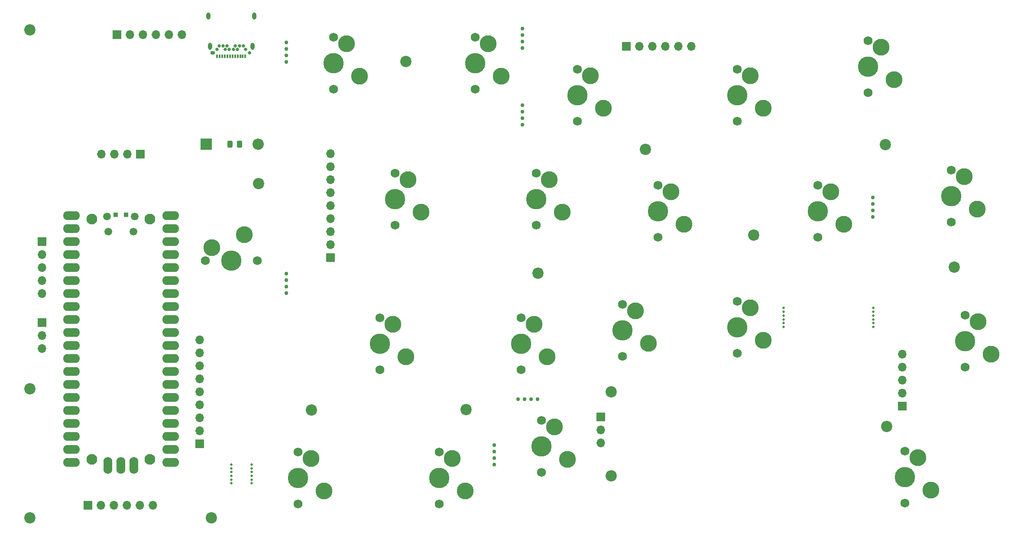
<source format=gbr>
%TF.GenerationSoftware,KiCad,Pcbnew,(6.0.7)*%
%TF.CreationDate,2023-01-06T20:11:21-06:00*%
%TF.ProjectId,OpenRectangle,4f70656e-5265-4637-9461-6e676c652e6b,rev?*%
%TF.SameCoordinates,Original*%
%TF.FileFunction,Soldermask,Top*%
%TF.FilePolarity,Negative*%
%FSLAX46Y46*%
G04 Gerber Fmt 4.6, Leading zero omitted, Abs format (unit mm)*
G04 Created by KiCad (PCBNEW (6.0.7)) date 2023-01-06 20:11:21*
%MOMM*%
%LPD*%
G01*
G04 APERTURE LIST*
G04 Aperture macros list*
%AMRoundRect*
0 Rectangle with rounded corners*
0 $1 Rounding radius*
0 $2 $3 $4 $5 $6 $7 $8 $9 X,Y pos of 4 corners*
0 Add a 4 corners polygon primitive as box body*
4,1,4,$2,$3,$4,$5,$6,$7,$8,$9,$2,$3,0*
0 Add four circle primitives for the rounded corners*
1,1,$1+$1,$2,$3*
1,1,$1+$1,$4,$5*
1,1,$1+$1,$6,$7*
1,1,$1+$1,$8,$9*
0 Add four rect primitives between the rounded corners*
20,1,$1+$1,$2,$3,$4,$5,0*
20,1,$1+$1,$4,$5,$6,$7,0*
20,1,$1+$1,$6,$7,$8,$9,0*
20,1,$1+$1,$8,$9,$2,$3,0*%
G04 Aperture macros list end*
%ADD10C,2.200000*%
%ADD11C,0.750000*%
%ADD12R,1.700000X1.700000*%
%ADD13O,1.700000X1.700000*%
%ADD14C,0.500000*%
%ADD15C,2.100000*%
%ADD16C,1.500000*%
%ADD17O,3.327000X1.727000*%
%ADD18O,1.727000X3.327000*%
%ADD19RoundRect,0.063500X-0.400000X-0.400000X0.400000X-0.400000X0.400000X0.400000X-0.400000X0.400000X0*%
%ADD20RoundRect,0.243750X-0.243750X-0.456250X0.243750X-0.456250X0.243750X0.456250X-0.243750X0.456250X0*%
%ADD21R,2.200000X2.200000*%
%ADD22O,2.200000X2.200000*%
%ADD23C,0.650000*%
%ADD24O,0.950000X0.650000*%
%ADD25R,0.300000X0.700000*%
%ADD26O,0.800000X1.400000*%
%ADD27C,1.750000*%
%ADD28C,3.987800*%
%ADD29C,3.300000*%
G04 APERTURE END LIST*
D10*
%TO.C,H16*%
X203879700Y-59330000D03*
%TD*%
%TO.C,H7*%
X279552268Y-52610461D03*
%TD*%
%TO.C,H15*%
X159240100Y-29196900D03*
%TD*%
%TO.C,H2*%
X339920000Y-75595786D03*
%TD*%
%TO.C,H1*%
X326450000Y-51705786D03*
%TD*%
%TO.C,H13*%
X159240000Y-124609900D03*
%TD*%
%TO.C,H3*%
X326720000Y-106745786D03*
%TD*%
D11*
%TO.C,REF\u002A\u002A*%
X255480000Y-32785000D03*
X255480000Y-30245000D03*
X255480000Y-31515000D03*
X255480000Y-28975000D03*
%TD*%
D12*
%TO.C,J9*%
X161610000Y-70670000D03*
D13*
X161610000Y-73210000D03*
X161610000Y-75750000D03*
X161610000Y-78290000D03*
X161610000Y-80830000D03*
%TD*%
D14*
%TO.C,REF\u002A\u002A*%
X198550000Y-117180000D03*
X198550000Y-117920000D03*
X198550000Y-114220000D03*
X198550000Y-116440000D03*
X198550000Y-114960000D03*
X198550000Y-115700000D03*
%TD*%
D10*
%TO.C,H8*%
X232668834Y-35441260D03*
%TD*%
%TO.C,H11*%
X214248834Y-103571260D03*
%TD*%
D14*
%TO.C,REF\u002A\u002A*%
X306530000Y-86590000D03*
X306530000Y-87330000D03*
X306530000Y-83630000D03*
X306530000Y-85850000D03*
X306530000Y-84370000D03*
X306530000Y-85110000D03*
%TD*%
%TO.C,REF\u002A\u002A*%
X202560000Y-117180000D03*
X202560000Y-117920000D03*
X202560000Y-114220000D03*
X202560000Y-116440000D03*
X202560000Y-114960000D03*
X202560000Y-115700000D03*
%TD*%
D10*
%TO.C,H10*%
X244478834Y-103461260D03*
%TD*%
D15*
%TO.C,J8*%
X182706250Y-66193750D03*
D16*
X174281250Y-65693750D03*
X179431250Y-68723750D03*
D15*
X182706250Y-113193750D03*
D16*
X174581250Y-68723750D03*
D15*
X171306250Y-66193750D03*
D16*
X179731250Y-65693750D03*
D15*
X171306250Y-113193750D03*
D17*
X186696250Y-75723750D03*
X186696250Y-73183750D03*
X186696250Y-78263750D03*
X186696250Y-83343750D03*
X167316250Y-70643750D03*
X167316250Y-83343750D03*
X167316250Y-96043750D03*
X167316250Y-108743750D03*
D18*
X177006250Y-114393750D03*
D17*
X186696250Y-108743750D03*
X186696250Y-96043750D03*
X186696250Y-70643750D03*
X167316250Y-65563750D03*
X167316250Y-68103750D03*
X167316250Y-73183750D03*
X167316250Y-75723750D03*
X167316250Y-78263750D03*
X167316250Y-80803750D03*
X167316250Y-85883750D03*
X167316250Y-88423750D03*
X167316250Y-90963750D03*
X167316250Y-93503750D03*
X167316250Y-98583750D03*
X167316250Y-101123750D03*
X167316250Y-103663750D03*
X167316250Y-106203750D03*
X167316250Y-111283750D03*
X167316250Y-113823750D03*
X186696250Y-113823750D03*
X186696250Y-111283750D03*
X186696250Y-106203750D03*
X186696250Y-103663750D03*
X186696250Y-101123750D03*
X186696250Y-98583750D03*
X186696250Y-93503750D03*
X186696250Y-88423750D03*
X186696250Y-85883750D03*
X186696250Y-80803750D03*
X186696250Y-90963750D03*
D18*
X174466250Y-114393750D03*
X179546250Y-114393750D03*
D19*
X178006250Y-65393750D03*
X176006250Y-65393750D03*
D17*
X186696250Y-65563750D03*
X186696250Y-68103750D03*
%TD*%
D12*
%TO.C,J1*%
X329710000Y-102845786D03*
D13*
X329710000Y-100305786D03*
X329710000Y-97765786D03*
X329710000Y-95225786D03*
X329710000Y-92685786D03*
%TD*%
D11*
%TO.C,REF\u002A\u002A*%
X249980000Y-110425000D03*
X249980000Y-112965000D03*
X249980000Y-111695000D03*
X249980000Y-114235000D03*
%TD*%
D10*
%TO.C,H9*%
X258508834Y-76851260D03*
%TD*%
%TO.C,H6*%
X300732268Y-69380461D03*
%TD*%
D20*
%TO.C,D2*%
X198293750Y-51593750D03*
X200168750Y-51593750D03*
%TD*%
D12*
%TO.C,J3*%
X270846866Y-104922348D03*
D13*
X270846866Y-107462348D03*
X270846866Y-110002348D03*
%TD*%
D21*
%TO.C,D1*%
X193675000Y-51593750D03*
D22*
X203835000Y-51593750D03*
%TD*%
D11*
%TO.C,REF\u002A\u002A*%
X258445000Y-101440000D03*
X255905000Y-101440000D03*
X257175000Y-101440000D03*
X254635000Y-101440000D03*
%TD*%
%TO.C,REF\u002A\u002A*%
X255480000Y-47805000D03*
X255480000Y-45265000D03*
X255480000Y-46535000D03*
X255480000Y-43995000D03*
%TD*%
D10*
%TO.C,H5*%
X272806866Y-116397348D03*
%TD*%
D12*
%TO.C,J6*%
X180806250Y-53510000D03*
D13*
X178266250Y-53510000D03*
X175726250Y-53510000D03*
X173186250Y-53510000D03*
%TD*%
D10*
%TO.C,H4*%
X272806866Y-99977348D03*
%TD*%
%TO.C,H14*%
X194683100Y-124609900D03*
%TD*%
D14*
%TO.C,REF\u002A\u002A*%
X324090000Y-84370000D03*
X324090000Y-83630000D03*
X324090000Y-87330000D03*
X324090000Y-85110000D03*
X324090000Y-86590000D03*
X324090000Y-85850000D03*
%TD*%
D11*
%TO.C,REF\u002A\u002A*%
X323980000Y-61965000D03*
X323980000Y-64505000D03*
X323980000Y-63235000D03*
X323980000Y-65775000D03*
%TD*%
D12*
%TO.C,J12*%
X192390000Y-110190000D03*
D13*
X192390000Y-107650000D03*
X192390000Y-105110000D03*
X192390000Y-102570000D03*
X192390000Y-100030000D03*
X192390000Y-97490000D03*
X192390000Y-94950000D03*
X192390000Y-92410000D03*
X192390000Y-89870000D03*
%TD*%
D12*
%TO.C,J11*%
X170600000Y-122230000D03*
D13*
X173140000Y-122230000D03*
X175680000Y-122230000D03*
X178220000Y-122230000D03*
X180760000Y-122230000D03*
X183300000Y-122230000D03*
%TD*%
D12*
%TO.C,J5*%
X176212500Y-30162500D03*
D13*
X178752500Y-30162500D03*
X181292500Y-30162500D03*
X183832500Y-30162500D03*
X186372500Y-30162500D03*
X188912500Y-30162500D03*
%TD*%
D12*
%TO.C,J10*%
X161610000Y-86500000D03*
D13*
X161610000Y-89040000D03*
X161610000Y-91580000D03*
%TD*%
D12*
%TO.C,J4*%
X275767268Y-32445461D03*
D13*
X278307268Y-32445461D03*
X280847268Y-32445461D03*
X283387268Y-32445461D03*
X285927268Y-32445461D03*
X288467268Y-32445461D03*
%TD*%
D10*
%TO.C,H12*%
X159240000Y-99450000D03*
%TD*%
D11*
%TO.C,REF\u002A\u002A*%
X209340000Y-31725000D03*
X209340000Y-34265000D03*
X209340000Y-32995000D03*
X209340000Y-35535000D03*
%TD*%
%TO.C,REF\u002A\u002A*%
X209340000Y-76875000D03*
X209340000Y-79415000D03*
X209340000Y-78145000D03*
X209340000Y-80685000D03*
%TD*%
D23*
%TO.C,J7*%
X202178500Y-33728750D03*
D24*
X194978500Y-33728750D03*
D25*
X201328500Y-34388750D03*
X200828500Y-34388750D03*
X200328500Y-34388750D03*
X199828500Y-34388750D03*
X199328500Y-34388750D03*
X198828500Y-34388750D03*
X198328500Y-34388750D03*
X197828500Y-34388750D03*
X197328500Y-34388750D03*
X196828500Y-34388750D03*
X196328500Y-34388750D03*
X195828500Y-34388750D03*
D23*
X195778500Y-33078750D03*
X196178500Y-32378750D03*
X196978500Y-32378750D03*
X197378500Y-33078750D03*
X197778500Y-32378750D03*
X198178500Y-33078750D03*
X198978500Y-33078750D03*
X199378500Y-32378750D03*
X199778500Y-33078750D03*
X200178500Y-32378750D03*
X200978500Y-32378750D03*
X201378500Y-33078750D03*
D26*
X194088500Y-26528750D03*
X203068500Y-26528750D03*
X202708500Y-32478750D03*
X194448500Y-32478750D03*
%TD*%
D12*
%TO.C,J2*%
X217968834Y-73801260D03*
D13*
X217968834Y-71261260D03*
X217968834Y-68721260D03*
X217968834Y-66181260D03*
X217968834Y-63641260D03*
X217968834Y-61101260D03*
X217968834Y-58561260D03*
X217968834Y-56021260D03*
X217968834Y-53481260D03*
%TD*%
D27*
%TO.C,SW2*%
X258210968Y-67379760D03*
D28*
X258210968Y-62299760D03*
D27*
X258210968Y-57219760D03*
D29*
X260750968Y-58489760D03*
X263290968Y-64839760D03*
%TD*%
D28*
%TO.C,SW18*%
X266254402Y-42028961D03*
D27*
X266254402Y-47108961D03*
X266254402Y-36948961D03*
D29*
X268794402Y-38218961D03*
X271334402Y-44568961D03*
%TD*%
D27*
%TO.C,SW10*%
X218605968Y-40861760D03*
D28*
X218605968Y-35781760D03*
D27*
X218605968Y-30701760D03*
D29*
X221145968Y-31971760D03*
X223685968Y-38321760D03*
%TD*%
D27*
%TO.C,SW13*%
X211589968Y-121957760D03*
X211589968Y-111797760D03*
D28*
X211589968Y-116877760D03*
D29*
X214129968Y-113067760D03*
X216669968Y-119417760D03*
%TD*%
D27*
%TO.C,SW14*%
X275009000Y-93102848D03*
D28*
X275009000Y-88022848D03*
D27*
X275009000Y-82942848D03*
D29*
X277549000Y-84212848D03*
X280089000Y-90562848D03*
%TD*%
D27*
%TO.C,SW16*%
X297439402Y-36948961D03*
X297439402Y-47108961D03*
D28*
X297439402Y-42028961D03*
D29*
X299979402Y-38218961D03*
X302519402Y-44568961D03*
%TD*%
D27*
%TO.C,SW11*%
X230600968Y-57219760D03*
X230600968Y-67379760D03*
D28*
X230600968Y-62299760D03*
D29*
X233140968Y-58489760D03*
X235680968Y-64839760D03*
%TD*%
D28*
%TO.C,SW17*%
X313209402Y-64715961D03*
D27*
X313209402Y-69795961D03*
X313209402Y-59635961D03*
D29*
X315749402Y-60905961D03*
X318289402Y-67255961D03*
%TD*%
D27*
%TO.C,SW3*%
X255235968Y-95734760D03*
X255235968Y-85574760D03*
D28*
X255235968Y-90654760D03*
D29*
X257775968Y-86844760D03*
X260315968Y-93194760D03*
%TD*%
D27*
%TO.C,SW19*%
X282024402Y-59635961D03*
X282024402Y-69795961D03*
D28*
X282024402Y-64715961D03*
D29*
X284564402Y-60905961D03*
X287104402Y-67255961D03*
%TD*%
D27*
%TO.C,SW6*%
X323007134Y-31364286D03*
X323007134Y-41524286D03*
D28*
X323007134Y-36444286D03*
D29*
X325547134Y-32634286D03*
X328087134Y-38984286D03*
%TD*%
D27*
%TO.C,SW7*%
X339310134Y-66804286D03*
X339310134Y-56644286D03*
D28*
X339310134Y-61724286D03*
D29*
X341850134Y-57914286D03*
X344390134Y-64264286D03*
%TD*%
D27*
%TO.C,SW15*%
X259240000Y-115790848D03*
X259240000Y-105630848D03*
D28*
X259240000Y-110710848D03*
D29*
X261780000Y-106900848D03*
X264320000Y-113250848D03*
%TD*%
D28*
%TO.C,SW8*%
X342036134Y-90080286D03*
D27*
X342036134Y-95160286D03*
X342036134Y-85000286D03*
D29*
X344576134Y-86270286D03*
X347116134Y-92620286D03*
%TD*%
D27*
%TO.C,SW1*%
X246214968Y-40861760D03*
X246214968Y-30701760D03*
D28*
X246214968Y-35781760D03*
D29*
X248754968Y-31971760D03*
X251294968Y-38321760D03*
%TD*%
D27*
%TO.C,SW4*%
X239199968Y-121957760D03*
D28*
X239199968Y-116877760D03*
D27*
X239199968Y-111797760D03*
D29*
X241739968Y-113067760D03*
X244279968Y-119417760D03*
%TD*%
D27*
%TO.C,SW20*%
X297439402Y-82292961D03*
D28*
X297439402Y-87372961D03*
D27*
X297439402Y-92452961D03*
D29*
X299979402Y-83562961D03*
X302519402Y-89912961D03*
%TD*%
D28*
%TO.C,SW12*%
X227625968Y-90654760D03*
D27*
X227625968Y-85574760D03*
X227625968Y-95734760D03*
D29*
X230165968Y-86844760D03*
X232705968Y-93194760D03*
%TD*%
D27*
%TO.C,SW9*%
X330273134Y-111572286D03*
D28*
X330273134Y-116652286D03*
D27*
X330273134Y-121732286D03*
D29*
X332813134Y-112842286D03*
X335353134Y-119192286D03*
%TD*%
D28*
%TO.C,SW5*%
X198578500Y-74326866D03*
D27*
X203658500Y-74326866D03*
X193498500Y-74326866D03*
D29*
X194768500Y-71786866D03*
X201118500Y-69246866D03*
%TD*%
M02*

</source>
